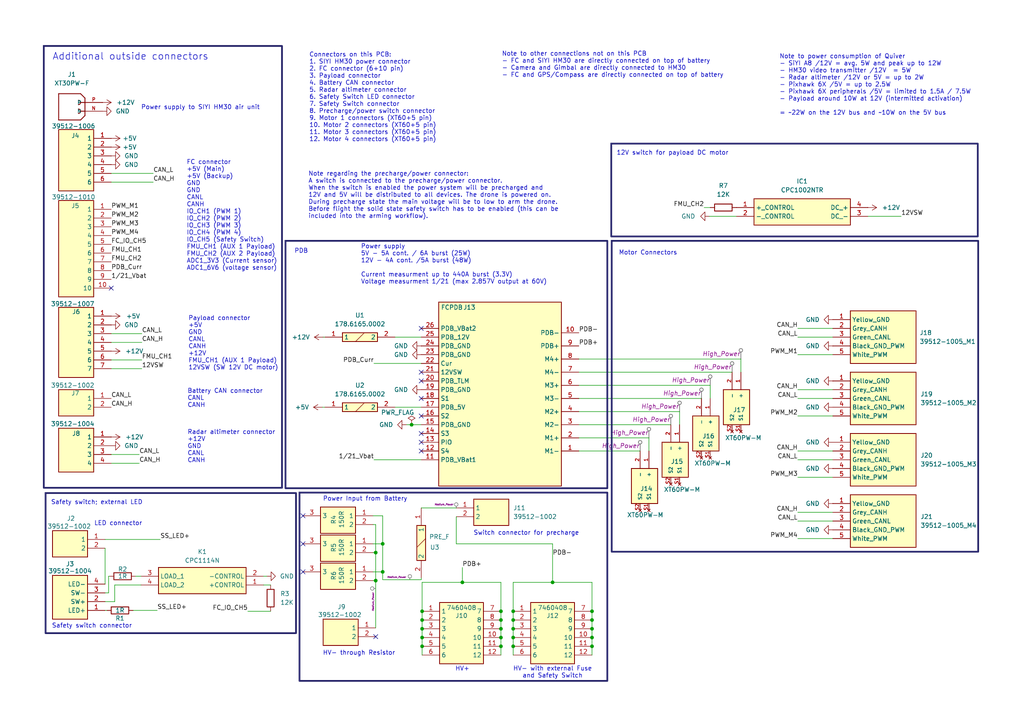
<source format=kicad_sch>
(kicad_sch (version 20231120) (generator "eeschema") (generator_version "8.0")
  (paper "A4")
  (lib_symbols
    (symbol "Device:R" (pin_numbers hide) (pin_names (offset 0))
      (property "Reference" "R" (at 2.032 0 90))
      (property "Value" "R" (at 0 0 90))
      (symbol "R_1_1"
        (pin passive line (at 0 3.81 270) (length 1.27) (name "~") (number "1"))
        (pin passive line (at 0 -3.81 90) (length 1.27) (name "~") (number "2"))
      )
    )
    (symbol "Samacsys_kicad_sym:178.6165.0002"
      (property "Reference" "U" (at 3.302 7.366 0))
      (property "Value" "178.6165.0002" (at 3.302 4.826 0))
      (symbol "178.6165.0002_1_1"
        (pin power_out line (at 0 0 0) (length 5.08) (name "1") (number "1"))
        (pin passive line (at 20.32 0 180) (length 5.08) (name "2") (number "2"))
      )
    )
    (symbol "Samacsys_kicad_sym:39512-1002"
      (property "Reference" "J" (at 16.51 7.62 0))
      (property "Value" "39512-1002" (at 16.51 5.08 0))
      (symbol "39512-1002_1_1"
        (pin passive line (at 0 0 0) (length 5.08) (name "1") (number "1"))
        (pin passive line (at 0 -2.54 0) (length 5.08) (name "2") (number "2"))
      )
    )
    (symbol "Samacsys_kicad_sym:39512-1004"
      (property "Reference" "J" (at 16.51 7.62 0))
      (property "Value" "39512-1004" (at 16.51 5.08 0))
      (symbol "39512-1004_1_1"
        (pin passive line (at 0 0 0) (length 5.08) (name "1") (number "1"))
        (pin passive line (at 0 -2.54 0) (length 5.08) (name "2") (number "2"))
        (pin passive line (at 0 -5.08 0) (length 5.08) (name "3") (number "3"))
        (pin passive line (at 0 -7.62 0) (length 5.08) (name "4") (number "4"))
      )
    )
    (symbol "Samacsys_kicad_sym:39512-1006"
      (property "Reference" "J" (at 3.048 7.366 0))
      (property "Value" "39512-1006" (at 3.048 4.826 0))
      (symbol "39512-1006_1_1"
        (pin passive line (at 0 0 0) (length 5.08) (name "1") (number "1"))
        (pin passive line (at 0 -2.54 0) (length 5.08) (name "2") (number "2"))
        (pin passive line (at 0 -5.08 0) (length 5.08) (name "3") (number "3"))
        (pin passive line (at 0 -7.62 0) (length 5.08) (name "4") (number "4"))
        (pin passive line (at 0 -10.16 0) (length 5.08) (name "5") (number "5"))
        (pin passive line (at 0 -12.7 0) (length 5.08) (name "6") (number "6"))
      )
    )
    (symbol "Samacsys_kicad_sym:39512-1007"
      (property "Reference" "J" (at 3.048 7.366 0))
      (property "Value" "39512-1007" (at 3.048 4.826 0))
      (symbol "39512-1007_1_1"
        (pin passive line (at 0 0 0) (length 5.08) (name "1") (number "1"))
        (pin passive line (at 0 -2.54 0) (length 5.08) (name "2") (number "2"))
        (pin passive line (at 0 -5.08 0) (length 5.08) (name "3") (number "3"))
        (pin passive line (at 0 -7.62 0) (length 5.08) (name "4") (number "4"))
        (pin passive line (at 0 -10.16 0) (length 5.08) (name "5") (number "5"))
        (pin passive line (at 0 -12.7 0) (length 5.08) (name "6") (number "6"))
        (pin passive line (at 0 -15.24 0) (length 5.08) (name "7") (number "7"))
      )
    )
    (symbol "Samacsys_kicad_sym:39512-1010"
      (property "Reference" "J" (at 3.048 7.366 0))
      (property "Value" "39512-1010" (at 3.048 4.826 0))
      (symbol "39512-1010_1_1"
        (pin passive line (at 0 0 0) (length 5.08) (name "1") (number "1"))
        (pin passive line (at 0 -22.86 0) (length 5.08) (name "10") (number "10"))
        (pin passive line (at 0 -2.54 0) (length 5.08) (name "2") (number "2"))
        (pin passive line (at 0 -5.08 0) (length 5.08) (name "3") (number "3"))
        (pin passive line (at 0 -7.62 0) (length 5.08) (name "4") (number "4"))
        (pin passive line (at 0 -10.16 0) (length 5.08) (name "5") (number "5"))
        (pin passive line (at 0 -12.7 0) (length 5.08) (name "6") (number "6"))
        (pin passive line (at 0 -15.24 0) (length 5.08) (name "7") (number "7"))
        (pin passive line (at 0 -17.78 0) (length 5.08) (name "8") (number "8"))
        (pin passive line (at 0 -20.32 0) (length 5.08) (name "9") (number "9"))
      )
    )
    (symbol "Samacsys_kicad_sym:7460408"
      (property "Reference" "J" (at 19.05 7.62 0))
      (property "Value" "7460408" (at 19.05 5.08 0))
      (symbol "7460408_1_1"
        (pin passive line (at 0 0 0) (length 5.08) (name "1") (number "1"))
        (pin passive line (at 22.86 -7.62 180) (length 5.08) (name "10") (number "10"))
        (pin passive line (at 22.86 -10.16 180) (length 5.08) (name "11") (number "11"))
        (pin passive line (at 22.86 -12.7 180) (length 5.08) (name "12") (number "12"))
        (pin passive line (at 0 -2.54 0) (length 5.08) (name "2") (number "2"))
        (pin passive line (at 0 -5.08 0) (length 5.08) (name "3") (number "3"))
        (pin passive line (at 0 -7.62 0) (length 5.08) (name "4") (number "4"))
        (pin passive line (at 0 -10.16 0) (length 5.08) (name "5") (number "5"))
        (pin passive line (at 0 -12.7 0) (length 5.08) (name "6") (number "6"))
        (pin passive line (at 22.86 0 180) (length 5.08) (name "7") (number "7"))
        (pin passive line (at 22.86 -2.54 180) (length 5.08) (name "8") (number "8"))
        (pin passive line (at 22.86 -5.08 180) (length 5.08) (name "9") (number "9"))
      )
    )
    (symbol "Samacsys_kicad_sym:CPC1002NTR"
      (property "Reference" "IC" (at 34.29 7.62 0))
      (property "Value" "CPC1002NTR" (at 34.29 5.08 0))
      (symbol "CPC1002NTR_1_1"
        (pin passive line (at 0 0 0) (length 5.08) (name "+_CONTROL") (number "1"))
        (pin passive line (at 0 -2.54 0) (length 5.08) (name "-_CONTROL") (number "2"))
        (pin passive line (at 38.1 -2.54 180) (length 5.08) (name "DC_-") (number "3"))
        (pin passive line (at 38.1 0 180) (length 5.08) (name "DC_+") (number "4"))
      )
    )
    (symbol "Samacsys_kicad_sym:CPC1114N"
      (property "Reference" "K" (at 31.75 7.62 0))
      (property "Value" "CPC1114N" (at 31.75 5.08 0))
      (symbol "CPC1114N_1_1"
        (pin passive line (at 0 0 0) (length 5.08) (name "+CONTROL") (number "1"))
        (pin passive line (at 0 -2.54 0) (length 5.08) (name "-CONTROL") (number "2"))
        (pin bidirectional line (at 35.56 -2.54 180) (length 5.08) (name "LOAD_1") (number "3"))
        (pin bidirectional line (at 35.56 0 180) (length 5.08) (name "LOAD_2") (number "4"))
      )
    )
    (symbol "Samacsys_kicad_sym:PWR163S-25-50R0F"
      (property "Reference" "R" (at 16.51 7.62 0))
      (property "Value" "PWR163S-25-50R0F" (at 16.51 5.08 0))
      (symbol "PWR163S-25-50R0F_1_1"
        (pin passive line (at 0 0 0) (length 5.08) (name "1") (number "1"))
        (pin passive line (at 0 -2.54 0) (length 5.08) (name "2") (number "2"))
        (pin passive line (at 20.32 0 180) (length 5.08) (name "3") (number "3"))
      )
    )
    (symbol "Samacsys_kicad_sym:SPS_Power_Switch_39512-1004"
      (property "Reference" "J" (at 3.81 7.112 0))
      (property "Value" "39512-1004" (at 3.81 4.572 0))
      (symbol "SPS_Power_Switch_39512-1004_1_1"
        (pin passive line (at 0 0 0) (length 5.08) (name "LED+") (number "1"))
        (pin passive line (at 0 -2.54 0) (length 5.08) (name "SW+") (number "2"))
        (pin passive line (at 0 -5.08 0) (length 5.08) (name "SW-") (number "3"))
        (pin passive line (at 0 -7.62 0) (length 5.08) (name "LED-") (number "4"))
      )
    )
    (symbol "Samacsys_kicad_sym:X6_DATA_CONNECTOR_39512-1005"
      (property "Reference" "J" (at 9.144 7.366 0))
      (property "Value" "39512-1005" (at 4.064 4.826 0))
      (symbol "X6_DATA_CONNECTOR_39512-1005_1_1"
        (pin passive line (at 0 0 0) (length 5.08) (name "Yellow_GND") (number "1"))
        (pin passive line (at 0 -2.54 0) (length 5.08) (name "Grey_CANH") (number "2"))
        (pin passive line (at 0 -5.08 0) (length 5.08) (name "Green_CANL") (number "3"))
        (pin passive line (at 0 -7.62 0) (length 5.08) (name "Black_GND_PWM") (number "4"))
        (pin passive line (at 0 -10.16 0) (length 5.08) (name "White_PWM") (number "5"))
      )
    )
    (symbol "Snapeda_kicad_sym:FCPDB"
      (property "Reference" "J" (at 19.05 7.62 0))
      (property "Value" "FCPDB" (at 19.05 5.08 0))
      (symbol "FCPDB_1_1"
        (pin passive line (at 0 -40.64 0) (length 5.08) (name "M1-") (number "1"))
        (pin passive line (at 0 -6.35 0) (length 5.08) (name "PDB-") (number "10"))
        (pin passive line (at 45.72 -43.18 180) (length 5.08) (name "PDB_VBat1") (number "11"))
        (pin passive line (at 45.72 -40.64 180) (length 5.08) (name "S4") (number "12"))
        (pin passive line (at 45.72 -38.1 180) (length 5.08) (name "PIO") (number "13"))
        (pin passive line (at 45.72 -35.56 180) (length 5.08) (name "S3") (number "14"))
        (pin passive line (at 45.72 -33.02 180) (length 5.08) (name "PDB_GND") (number "15"))
        (pin passive line (at 45.72 -30.48 180) (length 5.08) (name "S2") (number "16"))
        (pin power_out line (at 45.72 -27.94 180) (length 5.08) (name "PDB_5V") (number "17"))
        (pin passive line (at 45.72 -25.4 180) (length 5.08) (name "S1") (number "18"))
        (pin passive line (at 45.72 -22.86 180) (length 5.08) (name "PDB_GND") (number "19"))
        (pin passive line (at 0 -36.83 0) (length 5.08) (name "M1+") (number "2"))
        (pin passive line (at 45.72 -20.32 180) (length 5.08) (name "PDB_TLM") (number "20"))
        (pin power_out line (at 45.72 -17.78 180) (length 5.08) (name "12VSW") (number "21"))
        (pin passive line (at 45.72 -15.24 180) (length 5.08) (name "Cur") (number "22"))
        (pin passive line (at 45.72 -12.7 180) (length 5.08) (name "PDB_GND") (number "23"))
        (pin passive line (at 45.72 -10.16 180) (length 5.08) (name "PDB_GND") (number "24"))
        (pin power_out line (at 45.72 -7.62 180) (length 5.08) (name "PDB_12V") (number "25"))
        (pin passive line (at 45.72 -5.08 180) (length 5.08) (name "PDB_VBat2") (number "26"))
        (pin passive line (at 0 -33.02 0) (length 5.08) (name "M2-") (number "3"))
        (pin passive line (at 0 -29.21 0) (length 5.08) (name "M2+") (number "4"))
        (pin passive line (at 0 -25.4 0) (length 5.08) (name "M3-") (number "5"))
        (pin passive line (at 0 -21.59 0) (length 5.08) (name "M3+") (number "6"))
        (pin passive line (at 0 -17.78 0) (length 5.08) (name "M4-") (number "7"))
        (pin passive line (at 0 -13.97 0) (length 5.08) (name "M4+") (number "8"))
        (pin passive line (at 0 -10.16 0) (length 5.08) (name "PDB+") (number "9"))
      )
    )
    (symbol "Snapeda_kicad_sym:XT30PW-F" (pin_names (offset 1.016))
      (property "Reference" "J" (at -7.62 3.81 0))
      (property "Value" "XT30PW-F" (at -7.62 -7.62 0))
      (symbol "XT30PW-F_0_0"
        (pin power_in line (at 5.08 -2.54 180) (length 5.08) (name "N") (number "N"))
        (pin power_in line (at 5.08 0 180) (length 5.08) (name "P") (number "P"))
      )
    )
    (symbol "Snapeda_kicad_sym:XT60PW-M" (pin_names (offset 1.016))
      (property "Reference" "J" (at -5.08 5.7234 0))
      (property "Value" "XT60PW-M" (at -5.08 -5.0923 0))
      (symbol "XT60PW-M_0_0"
        (pin passive line (at -10.16 2.54 0) (length 5.08) (name "+") (number "1"))
        (pin passive line (at -10.16 0 0) (length 5.08) (name "-") (number "2"))
      )
      (symbol "XT60PW-M_1_0"
        (pin no_connect line (at 7.08 2.54 180) (length 2) (name "S1") (number "S1"))
        (pin no_connect line (at 7.08 0 180) (length 2) (name "S2") (number "S2"))
      )
    )
    (symbol "power:+12V" (power) (pin_numbers hide) (pin_names (offset 0) hide)
      (property "Value" "+12V" (at 0 3.556 0))
      (symbol "+12V_1_1"
        (pin power_in line (at 0 0 90) (length 0) (name "~") (number "1"))
      )
    )
    (symbol "power:+5V" (power) (pin_numbers hide) (pin_names (offset 0) hide)
      (property "Value" "+5V" (at 0 3.556 0))
      (symbol "+5V_1_1"
        (pin power_in line (at 0 0 90) (length 0) (name "~") (number "1"))
      )
    )
    (symbol "power:GND" (power) (pin_numbers hide) (pin_names (offset 0) hide)
      (property "Value" "GND" (at 0 -3.81 0))
      (symbol "GND_1_1"
        (pin power_in line (at 0 0 270) (length 0) (name "~") (number "1"))
      )
    )
    (symbol "power:PWR_FLAG" (power) (pin_numbers hide) (pin_names (offset 0) hide)
      (property "Value" "PWR_FLAG" (at 0 3.81 0))
      (symbol "PWR_FLAG_0_0"
        (pin power_out line (at 0 0 90) (length 0) (name "~") (number "1"))
      )
    )
  )
  (junction (at 171.704 182.372))
  (junction (at 171.704 184.912))
  (junction (at 148.844 182.372))
  (junction (at 122.428 182.372))
  (junction (at 148.844 177.292))
  (junction (at 171.704 179.832))
  (junction (at 122.428 177.292))
  (junction (at 108.966 160.274))
  (junction (at 145.288 184.912))
  (junction (at 171.704 177.292))
  (junction (at 148.844 187.452))
  (junction (at 148.844 179.832))
  (junction (at 110.998 157.734))
  (junction (at 145.288 177.292))
  (junction (at 119.38 123.19))
  (junction (at 148.844 184.912))
  (junction (at 171.704 187.452))
  (junction (at 122.428 184.912))
  (junction (at 108.966 168.402))
  (junction (at 110.998 165.862))
  (junction (at 122.428 179.832))
  (junction (at 145.288 187.452))
  (junction (at 134.112 168.91))
  (junction (at 145.288 179.832))
  (junction (at 122.428 187.452))
  (junction (at 160.274 168.91))
  (junction (at 145.288 182.372))
  (no_connect (at 122.174 128.27))
  (no_connect (at 32.258 83.566))
  (no_connect (at 87.884 149.606))
  (no_connect (at 122.174 130.81))
  (no_connect (at 122.174 110.49))
  (no_connect (at 122.174 125.73))
  (no_connect (at 87.884 165.862))
  (no_connect (at 122.174 115.57))
  (no_connect (at 108.966 184.658))
  (no_connect (at 122.174 95.25))
  (no_connect (at 122.174 107.95))
  (no_connect (at 87.884 157.734))
  (no_connect (at 122.174 120.65))
  (wire (pts (xy 122.428 184.912) (xy 122.428 187.452)))
  (wire (pts (xy 108.204 165.862) (xy 110.998 165.862)))
  (wire (pts (xy 30.48 174.498) (xy 33.274 174.498)))
  (wire (pts (xy 231.394 95.25) (xy 241.554 95.25)))
  (wire (pts (xy 148.844 168.91) (xy 160.274 168.91)))
  (wire (pts (xy 231.394 133.35) (xy 241.554 133.35)))
  (wire (pts (xy 231.394 148.59) (xy 241.554 148.59)))
  (wire (pts (xy 77.216 167.132) (xy 77.216 167.1334)))
  (wire (pts (xy 167.894 127) (xy 188.214 127)))
  (wire (pts (xy 148.844 187.452) (xy 148.844 189.992)))
  (wire (pts (xy 171.704 168.91) (xy 171.704 177.292)))
  (wire (pts (xy 108.204 152.146) (xy 108.966 152.146)))
  (wire (pts (xy 231.394 113.03) (xy 241.554 113.03)))
  (wire (pts (xy 231.394 97.79) (xy 241.554 97.79)))
  (wire (pts (xy 204.216 60.198) (xy 205.994 60.198)))
  (wire (pts (xy 145.288 177.292) (xy 145.288 179.832)))
  (wire (pts (xy 30.48 177.038) (xy 30.988 177.038)))
  (wire (pts (xy 108.966 168.402) (xy 108.966 160.274)))
  (wire (pts (xy 33.274 169.672) (xy 40.894 169.672)))
  (wire (pts (xy 171.704 187.452) (xy 171.704 189.992)))
  (wire (pts (xy 108.204 168.402) (xy 108.966 168.402)))
  (wire (pts (xy 93.726 97.79) (xy 94.234 97.79)))
  (wire (pts (xy 197.104 119.38) (xy 197.104 123.19)))
  (wire (pts (xy 231.394 115.57) (xy 241.554 115.57)))
  (wire (pts (xy 32.258 99.314) (xy 41.148 99.314)))
  (wire (pts (xy 31.75 167.132) (xy 31.496 167.132)))
  (wire (pts (xy 188.214 127) (xy 188.214 130.81)))
  (wire (pts (xy 122.428 182.372) (xy 122.428 184.912)))
  (wire (pts (xy 108.204 149.606) (xy 110.998 149.606)))
  (wire (pts (xy 41.148 96.774) (xy 32.258 96.774)))
  (wire (pts (xy 148.844 179.832) (xy 148.844 182.372)))
  (wire (pts (xy 39.37 167.132) (xy 40.894 167.132)))
  (wire (pts (xy 122.428 168.91) (xy 134.112 168.91)))
  (wire (pts (xy 231.394 151.13) (xy 241.554 151.13)))
  (wire (pts (xy 32.258 106.934) (xy 41.148 106.934)))
  (wire (pts (xy 171.704 179.832) (xy 171.704 182.372)))
  (wire (pts (xy 160.274 157.734) (xy 160.274 168.91)))
  (wire (pts (xy 76.454 167.132) (xy 77.216 167.132)))
  (wire (pts (xy 132.334 157.734) (xy 132.334 149.86)))
  (wire (pts (xy 32.258 50.292) (xy 44.45 50.292)))
  (wire (pts (xy 114.554 97.79) (xy 122.174 97.79)))
  (wire (pts (xy 145.288 179.832) (xy 145.288 182.372)))
  (wire (pts (xy 171.704 182.372) (xy 171.704 184.912)))
  (wire (pts (xy 31.496 171.958) (xy 30.48 171.958)))
  (wire (pts (xy 71.882 177.292) (xy 78.486 177.292)))
  (wire (pts (xy 167.894 115.57) (xy 203.454 115.57)))
  (wire (pts (xy 32.258 131.826) (xy 40.386 131.826)))
  (wire (pts (xy 30.48 159.004) (xy 30.48 169.418)))
  (wire (pts (xy 38.608 177.038) (xy 45.6034 177.038)))
  (wire (pts (xy 231.394 120.65) (xy 241.554 120.65)))
  (wire (pts (xy 231.394 130.81) (xy 241.554 130.81)))
  (wire (pts (xy 117.856 123.19) (xy 119.38 123.19)))
  (wire (pts (xy 110.998 168.148) (xy 122.174 168.148)))
  (wire (pts (xy 122.428 168.91) (xy 122.428 177.292)))
  (wire (pts (xy 160.274 157.734) (xy 132.334 157.734)))
  (wire (pts (xy 32.258 104.394) (xy 41.148 104.394)))
  (wire (pts (xy 110.998 149.606) (xy 110.998 157.734)))
  (wire (pts (xy 134.112 164.592) (xy 134.112 168.91)))
  (wire (pts (xy 31.496 171.958) (xy 31.496 167.132)))
  (wire (pts (xy 122.174 168.148) (xy 122.174 167.64)))
  (wire (pts (xy 171.704 177.292) (xy 171.704 179.832)))
  (wire (pts (xy 32.258 52.832) (xy 44.45 52.832)))
  (wire (pts (xy 122.428 179.832) (xy 122.428 182.372)))
  (wire (pts (xy 205.74 62.738) (xy 213.614 62.738)))
  (wire (pts (xy 145.288 184.912) (xy 145.288 187.452)))
  (wire (pts (xy 122.428 177.292) (xy 122.428 179.832)))
  (wire (pts (xy 148.844 177.292) (xy 148.844 179.832)))
  (wire (pts (xy 122.428 187.452) (xy 122.428 189.992)))
  (wire (pts (xy 110.998 157.734) (xy 110.998 165.862)))
  (wire (pts (xy 160.274 168.91) (xy 171.704 168.91)))
  (wire (pts (xy 145.288 182.372) (xy 145.288 184.912)))
  (wire (pts (xy 167.894 119.38) (xy 197.104 119.38)))
  (wire (pts (xy 145.288 168.91) (xy 145.288 177.292)))
  (wire (pts (xy 32.258 134.366) (xy 40.386 134.366)))
  (wire (pts (xy 231.394 156.21) (xy 241.554 156.21)))
  (wire (pts (xy 148.844 168.91) (xy 148.844 177.292)))
  (wire (pts (xy 148.844 184.912) (xy 148.844 187.452)))
  (wire (pts (xy 33.274 174.498) (xy 33.274 169.672)))
  (wire (pts (xy 108.458 105.41) (xy 122.174 105.41)))
  (wire (pts (xy 231.394 138.43) (xy 241.554 138.43)))
  (wire (pts (xy 171.704 184.912) (xy 171.704 187.452)))
  (wire (pts (xy 108.966 152.146) (xy 108.966 160.274)))
  (wire (pts (xy 122.174 147.32) (xy 132.334 147.32)))
  (wire (pts (xy 148.844 182.372) (xy 148.844 184.912)))
  (wire (pts (xy 205.994 111.76) (xy 205.994 115.57)))
  (wire (pts (xy 251.714 62.738) (xy 261.366 62.738)))
  (wire (pts (xy 134.112 168.91) (xy 145.288 168.91)))
  (wire (pts (xy 167.894 130.81) (xy 185.674 130.81)))
  (wire (pts (xy 145.288 187.452) (xy 145.288 189.992)))
  (wire (pts (xy 108.204 157.734) (xy 110.998 157.734)))
  (wire (pts (xy 114.554 118.11) (xy 122.174 118.11)))
  (wire (pts (xy 93.472 118.11) (xy 94.234 118.11)))
  (wire (pts (xy 167.894 107.95) (xy 212.344 107.95)))
  (wire (pts (xy 30.48 156.464) (xy 46.482 156.464)))
  (wire (pts (xy 77.216 167.1334) (xy 77.3534 167.1334)))
  (wire (pts (xy 122.174 133.35) (xy 108.458 133.35)))
  (wire (pts (xy 110.998 165.862) (xy 110.998 168.148)))
  (wire (pts (xy 119.38 123.19) (xy 122.174 123.19)))
  (wire (pts (xy 76.454 169.672) (xy 78.486 169.672)))
  (wire (pts (xy 108.966 160.274) (xy 108.204 160.274)))
  (wire (pts (xy 167.894 111.76) (xy 205.994 111.76)))
  (wire (pts (xy 167.894 104.14) (xy 214.884 104.14)))
  (wire (pts (xy 167.894 123.19) (xy 194.564 123.19)))
  (wire (pts (xy 108.966 168.402) (xy 108.966 182.118)))
  (wire (pts (xy 214.884 104.14) (xy 214.884 107.95)))
  (wire (pts (xy 231.394 102.87) (xy 241.554 102.87)))
  (rectangle (start 177.419 69.85) (end 283.718 160.02) (stroke (width 0.5) (color 32 30 101 1)))
  (rectangle (start 82.804 69.85) (end 176.149 141.605) (stroke (width 0.5) (color 32 30 101 1)))
  (rectangle (start 177.292 41.656) (end 283.591 68.58) (stroke (width 0.5) (color 32 30 101 1)))
  (rectangle (start 13.2184 143.0034) (end 85.852 183.642) (stroke (width 0.5) (color 32 30 101 1)))
  (rectangle (start 86.868 142.875) (end 176.149 197.485) (stroke (width 0.5) (color 32 30 101 1)))
  (rectangle (start 12.7 13.335) (end 81.788 141.478) (stroke (width 0.5) (color 32 30 101 1)))
  (text "HV- with external Fuse\nand Safety Switch" (at 160.274 195.072 0) (effects (font (size 1.27 1.27))))
  (text "HV+" (at 134.112 194.056 0) (effects (font (size 1.27 1.27))))
  (text "HV- through Resistor" (at 104.14 189.484 0) (effects (font (size 1.27 1.27))))
  (text "FC connector\n+5V (Main)\n+5V (Backup)\nGND\nGND\nCANL\nCANH\nIO_CH1 (PWM 1)\nIO_CH2 (PWM 2)\nIO_CH3 (PWM 3)\nIO_CH4 (PWM 4)\nIO_CH5 (Safety Switch)\nFMU_CH1 (AUX 1 Payload)\nFMU_CH2 (AUX 2 Payload)\nADC1_3V3 (Current sensor)\nADC1_6V6 (voltage sensor)\n" (at 54.102 62.484 0) (effects (font (size 1.27 1.27)) (justify left)))
  (text "PDB\n" (at 87.376 72.898 0) (effects (font (size 1.27 1.27))))
  (text "12V switch for payload DC motor" (at 195.072 44.45 0) (effects (font (size 1.27 1.27))))
  (text "Power supply \n5V - 5A cont. / 6A burst (25W)\n12V - 4A cont. /5A burst (48W)\n\nCurrent measurment up to 440A burst (3.3V)\nVoltage measurment 1/21 (max 2.857V output at 60V)" (at 104.648 76.708 0) (effects (font (size 1.27 1.27)) (justify left)))
  (text "Radar altimeter connector\n+12V\nGND\nCANL\nCANH\n" (at 54.356 129.54 0) (effects (font (size 1.27 1.27)) (justify left)))
  (text "Power supply to SIYI HM30 air unit" (at 40.894 31.242 0) (effects (font (size 1.27 1.27)) (justify left)))
  (text "Power Input from Battery" (at 105.918 144.78 0) (effects (font (size 1.27 1.27))))
  (text "Motor Connectors" (at 187.96 73.406 0) (effects (font (size 1.27 1.27))))
  (text "Switch connector for precharge" (at 152.654 154.686 0) (effects (font (size 1.27 1.27))))
  (text "Battery CAN connector\nCANL\nCANH\n" (at 54.356 115.57 0) (effects (font (size 1.27 1.27)) (justify left)))
  (text "Additional outside connectors" (at 37.846 16.51 0) (effects (font (size 2 2))))
  (text "LED connector" (at 34.29 151.892 0) (effects (font (size 1.27 1.27))))
  (text "Safety switch connector" (at 26.67 181.61 0) (effects (font (size 1.27 1.27))))
  (text "Safety switch; external LED" (at 28.0774 145.7974 0) (effects (font (size 1.27 1.27))))
  (text "Note to other connections not on this PCB\n- FC and SIYI HM30 are directly connected on top of battery\n- Camera and Gimbal are directly connected to HM30\n- FC and GPS/Compass are directly connected on top of battery" (at 145.542 14.986 0) (effects (font (size 1.27 1.27)) (justify left top)))
  (text "Connectors on this PCB:\n1. SIYI HM30 power connector\n2. FC connector (6+10 pin)\n3. Payload connector\n4. Battery CAN connector\n5. Radar altimeter connector\n6. Safety Switch LED connector\n7. Safety Switch connector\n8. Precharge/power switch connector\n9. Motor 1 connectors (XT60+5 pin)\n10. Motor 2 connectors (XT60+5 pin)\n11. Motor 3 connectors (XT60+5 pin)\n12. Motor 4 connectors (XT60+5 pin)" (at 89.662 15.24 0) (effects (font (size 1.27 1.27)) (justify left top)))
  (text "Note regarding the precharge/power connector:\nA switch is connected to the precharge/power connector.\nWhen the switch is enabled the power system will be precharged and\n12V and 5V will be distributed to all devices. The drone is powered on.\nDuring precharge state the main voltage will be to low to arm the drone.\nBefore flight the solid state safety switch has to be enabled (this can be\nincluded into the arming workflow)." (at 89.408 49.784 0) (effects (font (size 1.27 1.27)) (justify left top)))
  (text "Note to power consumption of Quiver\n- SiYI A8 /12V = avg. 5W and peak up to 12W\n- HM30 video transmitter /12V  = 5W\n- Radar altimeter /12V or 5V = up to 2W\n- Pixhawk 6X /5V = up to 2.5W\n- Pixhawk 6X peripherals /5V = limited to 1.5A / 7.5W\n- Payload around 10W at 12V (intermitted activation)\n\n= ~22W on the 12V bus and ~10W on the 5V bus" (at 226.06 15.748 0) (effects (font (size 1.27 1.27)) (justify left top)))
  (text "Payload connector\n+5V\nGND\nCANL\nCANH\n+12V\nFMU_CH1 (AUX 1 Payload)\n12VSW (SW 12V DC motor)" (at 54.61 99.568 0) (effects (font (size 1.27 1.27)) (justify left)))
  (label "SS_LED+" (at 45.6034 177.038 0))
  (label "PWM_M1" (at 32.258 60.706 0))
  (label "CAN_H" (at 231.394 95.25 180))
  (label "PWM_M3" (at 32.258 65.786 0))
  (label "PWM_M4" (at 32.258 68.326 0))
  (label "CAN_H" (at 231.394 130.81 180))
  (label "CAN_H" (at 32.258 118.11 0))
  (label "CAN_L" (at 231.394 97.79 180))
  (label "FC_IO_CH5" (at 71.882 177.292 180))
  (label "CAN_H" (at 231.394 113.03 180))
  (label "PWM_M1" (at 231.394 102.87 180))
  (label "CAN_H" (at 40.386 134.366 0))
  (label "CAN_L" (at 231.394 133.35 180))
  (label "CAN_H" (at 41.148 99.314 0))
  (label "FMU_CH2" (at 32.258 75.946 0))
  (label "PDB_Curr" (at 32.258 78.486 0))
  (label "CAN_H" (at 44.45 52.832 0))
  (label "CAN_L" (at 32.258 115.57 0))
  (label "CAN_L" (at 231.394 151.13 180))
  (label "CAN_L" (at 40.386 131.826 0))
  (label "FMU_CH2" (at 204.216 60.198 180))
  (label "PDB_Curr" (at 108.458 105.41 180))
  (label "PWM_M3" (at 231.394 138.43 180))
  (label "12VSW" (at 261.366 62.738 0))
  (label "12VSW" (at 41.148 106.934 0))
  (label "CAN_L" (at 231.394 115.57 180))
  (label "1{slash}21_Vbat" (at 32.258 81.026 0))
  (label "1{slash}21_Vbat" (at 108.458 133.35 180))
  (label "CAN_H" (at 231.394 148.59 180))
  (label "FMU_CH1" (at 41.148 104.394 0))
  (label "PDB-" (at 160.274 161.29 0))
  (label "PWM_M2" (at 231.394 120.65 180))
  (label "PDB+" (at 167.894 100.33 0))
  (label "PWM_M4" (at 231.394 156.21 180))
  (label "FC_IO_CH5" (at 32.258 70.866 0))
  (label "CAN_L" (at 44.45 50.292 0))
  (label "PDB-" (at 167.894 96.52 0))
  (label "FMU_CH1" (at 32.258 73.406 0))
  (label "SS_LED+" (at 46.482 156.464 0))
  (label "PDB+" (at 134.112 164.592 0))
  (label "PWM_M2" (at 32.258 63.246 0))
  (label "CAN_L" (at 41.148 96.774 0))
  (netclass_flag "" (length 2.54) (shape round) (at 194.564 123.19 0) (property "Netclass" "High_Power" (at 183.388 121.666 0) (effects (font (italic yes)) (justify left))))
  (netclass_flag "" (length 2.54) (shape round) (at 212.344 107.95 0) (property "Netclass" "High_Power" (at 201.168 106.426 0) (effects (font (italic yes)) (justify left))))
  (netclass_flag "" (length 2.54) (shape round) (at 203.454 115.57 0) (property "Netclass" "High_Power" (at 192.278 114.046 0) (effects (font (italic yes)) (justify left))))
  (netclass_flag "" (length 2.54) (shape round) (at 205.994 111.76 0) (property "Netclass" "High_Power" (at 194.818 110.236 0) (effects (font (italic yes)) (justify left))))
  (netclass_flag "" (length 1) (shape round) (at 132.334 147.32 0) (property "Netclass" "Medium_Power" (at 125.984 146.304 0) (effects (font (size 0.5 0.5) (italic yes)) (justify left))))
  (netclass_flag "" (length 1) (shape round) (at 108.966 170.688 90) (property "Netclass" "Medium_Power" (at 108.204 177.292 90) (effects (font (size 0.5 0.5) (italic yes)) (justify left))))
  (netclass_flag "" (length 2.54) (shape round) (at 214.884 104.14 0) (property "Netclass" "High_Power" (at 203.708 102.616 0) (effects (font (italic yes)) (justify left))))
  (netclass_flag "" (length 2.54) (shape round) (at 185.674 130.81 0) (property "Netclass" "High_Power" (at 174.498 129.286 0) (effects (font (italic yes)) (justify left))))
  (netclass_flag "" (length 2.54) (shape round) (at 197.104 119.38 0) (property "Netclass" "High_Power" (at 185.928 117.856 0) (effects (font (italic yes)) (justify left))))
  (netclass_flag "" (length 1) (shape round) (at 118.872 168.148 0) (property "Netclass" "Medium_Power" (at 112.268 167.386 0) (effects (font (size 0.5 0.5) (italic yes)) (justify left))))
  (netclass_flag "" (length 2.54) (shape round) (at 188.214 127 0) (property "Netclass" "High_Power" (at 177.038 125.476 0) (effects (font (italic yes)) (justify left))))
  (symbol (lib_id "power:GND") (at 241.554 118.11 270) (unit 1)
    (property "Reference" "#PWR023" (effects (hide yes)))
    (property "Value" "GND" (at 237.744 118.1099 90) (effects (justify right)))
    (property "Description" "Power symbol creates a global label with name \"GND\" , ground" (effects (hide yes)))
  )
  (symbol (lib_id "power:PWR_FLAG") (at 119.38 123.19 0) (unit 1)
    (property "Reference" "#FLG02" (effects (hide yes)))
    (property "Value" "PWR_FLAG" (at 115.316 119.634 0))
    (property "Description" "Special symbol for telling ERC where power comes from" (effects (hide yes)))
  )
  (symbol (lib_id "Snapeda_kicad_sym:XT30PW-F") (at 24.638 29.718 0) (unit 1)
    (property "Reference" "J1" (at 20.828 21.59 0))
    (property "Value" "XT30PW-F" (at 20.828 24.13 0))
    (property "Footprint" "Snapeda:XT30PW-F_AMASS_XT30PW-F" (effects (hide yes)))
    (property "MF" "amass" (effects (hide yes)))
    (property "MAXIMUM_PACKAGE_HEIGHT" "5 mm" (effects (hide yes)))
    (property "Package" "None" (effects (hide yes)))
    (property "Price" "None" (effects (hide yes)))
    (property "Check_prices" "https://www.snapeda.com/parts/XT30PW-F/AMASS/view-part/?ref=eda" (effects (hide yes)))
    (property "STANDARD" "Manufacturer Recommendations" (effects (hide yes)))
    (property "PARTREV" "1.2" (effects (hide yes)))
    (property "SnapEDA_Link" "https://www.snapeda.com/parts/XT30PW-F/AMASS/view-part/?ref=snap" (effects (hide yes)))
    (property "MP" "XT30PW-F" (effects (hide yes)))
    (property "Description_1" "\n                        \n                            Socket; DC supply; XT30; female; PIN: 2; on PCBs; THT; yellow; 15A\n                        \n" (effects (hide yes)))
    (property "MANUFACTURER" "Amass" (effects (hide yes)))
    (property "Availability" "Not in stock" (effects (hide yes)))
    (property "SNAPEDA_PN" "XT30PW-F" (effects (hide yes)))
  )
  (symbol (lib_id "Snapeda_kicad_sym:XT60PW-M") (at 212.344 118.11 270) (unit 1)
    (property "Reference" "J17" (at 212.598 118.872 90) (effects (justify left)))
    (property "Value" "XT60PW-M" (at 210.312 127 90) (effects (justify left)))
    (property "Footprint" "Snapeda:XT60PW-M_AMASS_XT60PW-M" (effects (hide yes)))
    (property "MF" "AMASS" (effects (hide yes)))
    (property "MAXIMUM_PACKAGE_HEIGHT" "8.4 mm" (effects (hide yes)))
    (property "Package" "Package" (effects (hide yes)))
    (property "Price" "None" (effects (hide yes)))
    (property "Check_prices" "https://www.snapeda.com/parts/XT60PW-M/AMASS/view-part/?ref=eda" (effects (hide yes)))
    (property "STANDARD" "Manufacturer recommendations" (effects (hide yes)))
    (property "PARTREV" "V1.2" (effects (hide yes)))
    (property "SnapEDA_Link" "https://www.snapeda.com/parts/XT60PW-M/AMASS/view-part/?ref=snap" (effects (hide yes)))
    (property "MP" "XT60PW-M" (effects (hide yes)))
    (property "Description_1" "\n                        \n                            Socket, DC supply, male, PIN: 2\n                        \n" (effects (hide yes)))
    (property "Availability" "Not in stock" (effects (hide yes)))
    (property "MANUFACTURER" "AMASS" (effects (hide yes)))
  )
  (symbol (lib_id "power:GND") (at 32.258 129.286 90) (unit 1)
    (property "Reference" "#PWR011" (effects (hide yes)))
    (property "Value" "GND" (at 36.068 129.2859 90) (effects (justify right)))
    (property "Description" "Power symbol creates a global label with name \"GND\" , ground" (effects (hide yes)))
  )
  (symbol (lib_id "Samacsys_kicad_sym:39512-1002") (at 32.258 115.57 0) (mirror y) (unit 1)
    (property "Reference" "J7" (at 21.844 114.046 0))
    (property "Value" "39512-1002" (at 21.082 111.76 0))
    (property "Footprint" "Samacsys:SHDRRA2W80P0X381_1X2_901X920X730P" (effects (hide yes)))
    (property "Description" "3.81MM EURO HEADER" (effects (hide yes)))
    (property "Height" "7.3" (effects (hide yes)))
    (property "Mouser Part Number" "538-39512-1002" (effects (hide yes)))
    (property "Mouser Price/Stock" "https://www.mouser.co.uk/ProductDetail/Molex/39512-1002?qs=9M91sZPMLoo4b4qRoBDTtg%3D%3D" (effects (hide yes)))
    (property "Manufacturer_Name" "Molex" (effects (hide yes)))
    (property "Manufacturer_Part_Number" "39512-1002" (effects (hide yes)))
  )
  (symbol (lib_id "power:+5V") (at 32.258 40.132 270) (unit 1)
    (property "Reference" "#PWR03" (effects (hide yes)))
    (property "Value" "+5V" (at 35.56 40.1319 90) (effects (justify left)))
    (property "Description" "Power symbol creates a global label with name \"+5V\"" (effects (hide yes)))
  )
  (symbol (lib_id "power:GND") (at 241.554 146.05 270) (unit 1)
    (property "Reference" "#PWR026" (effects (hide yes)))
    (property "Value" "GND" (at 237.744 146.0499 90) (effects (justify right)))
    (property "Description" "Power symbol creates a global label with name \"GND\" , ground" (effects (hide yes)))
  )
  (symbol (lib_id "power:GND") (at 117.856 123.19 270) (unit 1)
    (property "Reference" "#PWR015" (effects (hide yes)))
    (property "Value" "GND" (at 114.046 123.1899 90) (effects (justify right)))
    (property "Description" "Power symbol creates a global label with name \"GND\" , ground" (effects (hide yes)))
  )
  (symbol (lib_id "power:+12V") (at 93.726 97.79 90) (unit 1)
    (property "Reference" "#PWR014" (effects (hide yes)))
    (property "Value" "+12V" (at 89.916 97.7899 90) (effects (justify left)))
    (property "Description" "Power symbol creates a global label with name \"+12V\"" (effects (hide yes)))
  )
  (symbol (lib_id "Device:R") (at 34.798 177.038 90) (unit 1)
    (property "Reference" "R1" (at 34.798 179.324 90))
    (property "Value" "1R" (at 34.798 177.038 90))
    (property "Footprint" "Resistor_SMD:R_0805_2012Metric_Pad1.20x1.40mm_HandSolder" (effects (hide yes)))
    (property "Description" "Resistor" (effects (hide yes)))
  )
  (symbol (lib_id "Samacsys_kicad_sym:178.6165.0002") (at 94.234 118.11 0) (unit 1)
    (property "Reference" "U2" (at 104.394 111.76 0))
    (property "Value" "178.6165.0002" (at 104.394 114.3 0))
    (property "Footprint" "Samacsys:17861650002" (effects (hide yes)))
    (property "Datasheet" "https://www.littelfuse.com/~/media/commercial-vehicle/datasheets/automotive-fuse-holders/ato/littelfuse-fuse-holder-ato-flr-pcb-datasheet.pdf" (effects (hide yes)))
    (property "Description" "178.6165.0002" (effects (hide yes)))
    (property "Height" "17" (effects (hide yes)))
    (property "Mouser Part Number" "576-178.6165.0002" (effects (hide yes)))
    (property "Mouser Price/Stock" "https://www.mouser.co.uk/ProductDetail/Littelfuse/178.6165.0002?qs=gu7KAQ731UT%2FkKyRBF134A%3D%3D" (effects (hide yes)))
    (property "Manufacturer_Name" "LITTELFUSE" (effects (hide yes)))
    (property "Manufacturer_Part_Number" "178.6165.0002" (effects (hide yes)))
  )
  (symbol (lib_id "Samacsys_kicad_sym:X6_DATA_CONNECTOR_39512-1005") (at 241.554 128.27 0) (unit 1)
    (property "Reference" "J20" (at 266.954 132.0799 0) (effects (justify left)))
    (property "Value" "39512-1005_M3" (at 266.954 134.6199 0) (effects (justify left)))
    (property "Footprint" "Samacsys:395121005" (effects (hide yes)))
    (property "Datasheet" "https://componentsearchengine.com/Datasheets/1/39512-1005.pdf" (effects (hide yes)))
    (property "Description" "3.81MM EURO HEADER 5CKT" (effects (hide yes)))
    (property "Height" "7.3" (effects (hide yes)))
    (property "Mouser Part Number" "538-39512-1005" (effects (hide yes)))
    (property "Mouser Price/Stock" "https://www.mouser.com/Search/Refine.aspx?Keyword=538-39512-1005" (effects (hide yes)))
    (property "Manufacturer_Name" "Molex" (effects (hide yes)))
    (property "Manufacturer_Part_Number" "39512-1005" (effects (hide yes)))
  )
  (symbol (lib_id "power:GND") (at 241.554 135.89 270) (unit 1)
    (property "Reference" "#PWR025" (effects (hide yes)))
    (property "Value" "GND" (at 237.744 135.8899 90) (effects (justify right)))
    (property "Description" "Power symbol creates a global label with name \"GND\" , ground" (effects (hide yes)))
  )
  (symbol (lib_id "power:GND") (at 241.554 128.27 270) (unit 1)
    (property "Reference" "#PWR024" (effects (hide yes)))
    (property "Value" "GND" (at 237.744 128.2699 90) (effects (justify right)))
    (property "Description" "Power symbol creates a global label with name \"GND\" , ground" (effects (hide yes)))
  )
  (symbol (lib_id "Samacsys_kicad_sym:7460408") (at 148.844 177.292 0) (unit 1)
    (property "Reference" "J12" (at 160.274 178.562 0))
    (property "Value" "7460408" (at 160.274 176.276 0))
    (property "Footprint" "Samacsys:7460408" (effects (hide yes)))
    (property "Datasheet" "http://katalog.we-online.com/em/datasheet/7460408.pdf" (effects (hide yes)))
    (property "Description" "Wurth Elektronik REDCUBE 12 Pin Power Element, 175A, Press Fit, M5, Vertical" (effects (hide yes)))
    (property "Height" "6" (effects (hide yes)))
    (property "Mouser Part Number" "710-7460408" (effects (hide yes)))
    (property "Mouser Price/Stock" "https://www.mouser.co.uk/ProductDetail/Wurth-Elektronik/7460408?qs=lykWx4dhCCG7IAhyxQ5B4w%3D%3D" (effects (hide yes)))
    (property "Manufacturer_Name" "Wurth Elektronik" (effects (hide yes)))
    (property "Manufacturer_Part_Number" "7460408" (effects (hide yes)))
  )
  (symbol (lib_id "Samacsys_kicad_sym:X6_DATA_CONNECTOR_39512-1005") (at 241.554 146.05 0) (unit 1)
    (property "Reference" "J21" (at 266.954 149.8599 0) (effects (justify left)))
    (property "Value" "39512-1005_M4" (at 266.954 152.3999 0) (effects (justify left)))
    (property "Footprint" "Samacsys:395121005" (effects (hide yes)))
    (property "Datasheet" "https://componentsearchengine.com/Datasheets/1/39512-1005.pdf" (effects (hide yes)))
    (property "Description" "3.81MM EURO HEADER 5CKT" (effects (hide yes)))
    (property "Height" "7.3" (effects (hide yes)))
    (property "Mouser Part Number" "538-39512-1005" (effects (hide yes)))
    (property "Mouser Price/Stock" "https://www.mouser.com/Search/Refine.aspx?Keyword=538-39512-1005" (effects (hide yes)))
    (property "Manufacturer_Name" "Molex" (effects (hide yes)))
    (property "Manufacturer_Part_Number" "39512-1005" (effects (hide yes)))
  )
  (symbol (lib_id "Samacsys_kicad_sym:39512-1007") (at 32.258 91.694 0) (mirror y) (unit 1)
    (property "Reference" "J6" (at 22.098 90.424 0))
    (property "Value" "39512-1007" (at 21.082 88.138 0))
    (property "Footprint" "Samacsys:395121007" (effects (hide yes)))
    (property "Datasheet" "https://componentsearchengine.com/Datasheets/1/39512-1005.pdf" (effects (hide yes)))
    (property "Description" "3.81MM EURO HEADER" (effects (hide yes)))
    (property "Height" "7.3" (effects (hide yes)))
    (property "Mouser Part Number" "538-39512-1005" (effects (hide yes)))
    (property "Mouser Price/Stock" "https://www.mouser.com/Search/Refine.aspx?Keyword=538-39512-1005" (effects (hide yes)))
    (property "Manufacturer_Name" "Molex" (effects (hide yes)))
    (property "Manufacturer_Part_Number" "39512-1005" (effects (hide yes)))
  )
  (symbol (lib_id "power:+12V") (at 32.258 101.854 270) (unit 1)
    (property "Reference" "#PWR09" (effects (hide yes)))
    (property "Value" "+12V" (at 36.322 101.8539 90) (effects (justify left)))
    (property "Description" "Power symbol creates a global label with name \"+12V\"" (effects (hide yes)))
  )
  (symbol (lib_id "Device:R") (at 209.804 60.198 90) (unit 1)
    (property "Reference" "R7" (at 209.804 53.848 90))
    (property "Value" "12K" (at 209.804 56.388 90))
    (property "Footprint" "Resistor_SMD:R_0805_2012Metric_Pad1.20x1.40mm_HandSolder" (effects (hide yes)))
    (property "Description" "Resistor" (effects (hide yes)))
  )
  (symbol (lib_id "Samacsys_kicad_sym:39512-1002") (at 30.48 156.464 0) (mirror y) (unit 1)
    (property "Reference" "J2" (at 20.574 150.368 0))
    (property "Value" "39512-1002" (at 20.066 152.654 0))
    (property "Footprint" "Samacsys:SHDRRA2W80P0X381_1X2_901X920X730P" (effects (hide yes)))
    (property "Description" "3.81MM EURO HEADER" (effects (hide yes)))
    (property "Height" "7.3" (effects (hide yes)))
    (property "Mouser Part Number" "538-39512-1002" (effects (hide yes)))
    (property "Mouser Price/Stock" "https://www.mouser.co.uk/ProductDetail/Molex/39512-1002?qs=9M91sZPMLoo4b4qRoBDTtg%3D%3D" (effects (hide yes)))
    (property "Manufacturer_Name" "Molex" (effects (hide yes)))
    (property "Manufacturer_Part_Number" "39512-1002" (effects (hide yes)))
  )
  (symbol (lib_id "Snapeda_kicad_sym:XT60PW-M") (at 185.674 140.97 270) (unit 1)
    (property "Reference" "J14" (at 185.674 141.732 90) (effects (justify left)))
    (property "Value" "XT60PW-M" (at 181.864 149.352 90) (effects (justify left)))
    (property "Footprint" "Snapeda:XT60PW-M_AMASS_XT60PW-M" (effects (hide yes)))
    (property "MF" "AMASS" (effects (hide yes)))
    (property "MAXIMUM_PACKAGE_HEIGHT" "8.4 mm" (effects (hide yes)))
    (property "Package" "Package" (effects (hide yes)))
    (property "Price" "None" (effects (hide yes)))
    (property "Check_prices" "https://www.snapeda.com/parts/XT60PW-M/AMASS/view-part/?ref=eda" (effects (hide yes)))
    (property "STANDARD" "Manufacturer recommendations" (effects (hide yes)))
    (property "PARTREV" "V1.2" (effects (hide yes)))
    (property "SnapEDA_Link" "https://www.snapeda.com/parts/XT60PW-M/AMASS/view-part/?ref=snap" (effects (hide yes)))
    (property "MP" "XT60PW-M" (effects (hide yes)))
    (property "Description_1" "\n                        \n                            Socket, DC supply, male, PIN: 2\n                        \n" (effects (hide yes)))
    (property "Availability" "Not in stock" (effects (hide yes)))
    (property "MANUFACTURER" "AMASS" (effects (hide yes)))
  )
  (symbol (lib_id "Samacsys_kicad_sym:SPS_Power_Switch_39512-1004") (at 30.48 177.038 180) (unit 1)
    (property "Reference" "J3" (at 20.32 163.576 0))
    (property "Value" "39512-1004" (at 20.32 165.608 0))
    (property "Footprint" "Samacsys:SHDRRA4W80P0X381_1X4_1663X920X730P" (effects (hide yes)))
    (property "Datasheet" "https://www.molex.com/pdm_docs/sd/395121004_sd.pdf" (effects (hide yes)))
    (property "Description" "3.81MM EURO HEADER 4CKT" (effects (hide yes)))
    (property "Height" "7.3" (effects (hide yes)))
    (property "Mouser Part Number" "538-39512-1004" (effects (hide yes)))
    (property "Mouser Price/Stock" "https://www.mouser.co.uk/ProductDetail/Molex/39512-1004?qs=Y%2FrI5Y8Al89t2qch33Azkw%3D%3D" (effects (hide yes)))
    (property "Manufacturer_Name" "Molex" (effects (hide yes)))
    (property "Manufacturer_Part_Number" "39512-1004" (effects (hide yes)))
  )
  (symbol (lib_id "power:GND") (at 241.554 92.71 270) (unit 1)
    (property "Reference" "#PWR020" (effects (hide yes)))
    (property "Value" "GND" (at 237.744 92.7099 90) (effects (justify right)))
    (property "Description" "Power symbol creates a global label with name \"GND\" , ground" (effects (hide yes)))
  )
  (symbol (lib_id "power:GND") (at 32.258 94.234 90) (unit 1)
    (property "Reference" "#PWR08" (effects (hide yes)))
    (property "Value" "GND" (at 36.068 94.2339 90) (effects (justify right)))
    (property "Description" "Power symbol creates a global label with name \"GND\" , ground" (effects (hide yes)))
  )
  (symbol (lib_id "Snapeda_kicad_sym:FCPDB") (at 167.894 90.17 0) (mirror y) (unit 1)
    (property "Reference" "J13" (at 136.144 89.154 0))
    (property "Value" "FCPDB" (at 131.064 89.154 0))
    (property "Footprint" "Snapeda:PDB_2" (effects (hide yes)))
    (property "Datasheet" "http://suddendocs.samtec.com/prints/ssq-1xx-xx-xxx-x-xx-xxx-xx-x-mkt.pdf" (effects (hide yes)))
    (property "Description" "FCPDB" (effects (hide yes)))
    (property "Mouser Part Number" "200-SSQ12001FD" (effects (hide yes)))
    (property "Mouser Price/Stock" "https://www.mouser.co.uk/ProductDetail/Samtec/SSQ-120-01-F-D?qs=rU5fayqh%252BE20kWZIdhBN%2Fg%3D%3D" (effects (hide yes)))
    (property "Manufacturer_Name" "SAMTEC" (effects (hide yes)))
    (property "Manufacturer_Part_Number" "SSQ-120-01-F-D" (effects (hide yes)))
  )
  (symbol (lib_id "Samacsys_kicad_sym:39512-1006") (at 32.258 40.132 0) (mirror y) (unit 1)
    (property "Reference" "J4" (at 21.844 39.37 0))
    (property "Value" "39512-1006" (at 21.336 36.576 0))
    (property "Footprint" "Samacsys:395121006" (effects (hide yes)))
    (property "Datasheet" "https://componentsearchengine.com/Datasheets/1/39512-1005.pdf" (effects (hide yes)))
    (property "Description" "3.81MM EURO HEADER" (effects (hide yes)))
    (property "Height" "7.3" (effects (hide yes)))
    (property "Mouser Part Number" "538-39512-1005" (effects (hide yes)))
    (property "Mouser Price/Stock" "https://www.mouser.com/Search/Refine.aspx?Keyword=538-39512-1005" (effects (hide yes)))
    (property "Manufacturer_Name" "Molex" (effects (hide yes)))
    (property "Manufacturer_Part_Number" "39512-1005" (effects (hide yes)))
  )
  (symbol (lib_id "power:+5V") (at 32.258 91.694 270) (unit 1)
    (property "Reference" "#PWR07" (effects (hide yes)))
    (property "Value" "+5V" (at 36.576 91.6939 90) (effects (justify left)))
    (property "Description" "Power symbol creates a global label with name \"+5V\"" (effects (hide yes)))
  )
  (symbol (lib_id "power:GND") (at 32.258 47.752 90) (unit 1)
    (property "Reference" "#PWR06" (effects (hide yes)))
    (property "Value" "GND" (at 36.068 47.7519 90) (effects (justify right)))
    (property "Description" "Power symbol creates a global label with name \"GND\" , ground" (effects (hide yes)))
  )
  (symbol (lib_id "Samacsys_kicad_sym:PWR163S-25-50R0F") (at 108.204 149.606 0) (mirror y) (unit 1)
    (property "Reference" "R4" (at 96.774 149.352 90) (effects (justify right)))
    (property "Value" "150R" (at 99.06 148.082 90) (effects (justify right)))
    (property "Footprint" "Samacsys:PWR163S2550R0F" (effects (hide yes)))
    (property "Datasheet" "https://www.bourns.com/docs/Product-Datasheets/PWR163.pdf" (effects (hide yes)))
    (property "Description" "Res Thick Film 50 Ohm 1% 25W +/-100ppm/C Epoxy D-Pak Gull Wing SMD Automotive Tube" (effects (hide yes)))
    (property "Height" "3.17" (effects (hide yes)))
    (property "Mouser Part Number" "652-PWR163S-25-50R0F" (effects (hide yes)))
    (property "Mouser Price/Stock" "https://www.mouser.co.uk/ProductDetail/Bourns/PWR163S-25-50R0F?qs=Irp2sZejZDQv6PhhtJZEKw%3D%3D" (effects (hide yes)))
    (property "Manufacturer_Name" "Bourns" (effects (hide yes)))
    (property "Manufacturer_Part_Number" "PWR163S-25-50R0F" (effects (hide yes)))
  )
  (symbol (lib_id "Samacsys_kicad_sym:PWR163S-25-50R0F") (at 108.204 165.862 0) (mirror y) (unit 1)
    (property "Reference" "R6" (at 96.774 165.608 90) (effects (justify right)))
    (property "Value" "150R" (at 99.06 164.338 90) (effects (justify right)))
    (property "Footprint" "Samacsys:PWR163S2550R0F" (effects (hide yes)))
    (property "Datasheet" "https://www.bourns.com/docs/Product-Datasheets/PWR163.pdf" (effects (hide yes)))
    (property "Description" "Res Thick Film 50 Ohm 1% 25W +/-100ppm/C Epoxy D-Pak Gull Wing SMD Automotive Tube" (effects (hide yes)))
    (property "Height" "3.17" (effects (hide yes)))
    (property "Mouser Part Number" "652-PWR163S-25-50R0F" (effects (hide yes)))
    (property "Mouser Price/Stock" "https://www.mouser.co.uk/ProductDetail/Bourns/PWR163S-25-50R0F?qs=Irp2sZejZDQv6PhhtJZEKw%3D%3D" (effects (hide yes)))
    (property "Manufacturer_Name" "Bourns" (effects (hide yes)))
    (property "Manufacturer_Part_Number" "PWR163S-25-50R0F" (effects (hide yes)))
  )
  (symbol (lib_id "Samacsys_kicad_sym:39512-1010") (at 32.258 60.706 0) (mirror y) (unit 1)
    (property "Reference" "J5" (at 21.844 59.69 0))
    (property "Value" "39512-1010" (at 21.336 57.15 0))
    (property "Footprint" "Samacsys:395121010" (effects (hide yes)))
    (property "Datasheet" "https://componentsearchengine.com/Datasheets/1/39512-1005.pdf" (effects (hide yes)))
    (property "Description" "3.81MM EURO HEADER" (effects (hide yes)))
    (property "Height" "7.3" (effects (hide yes)))
    (property "Mouser Part Number" "538-39512-1005" (effects (hide yes)))
    (property "Mouser Price/Stock" "https://www.mouser.com/Search/Refine.aspx?Keyword=538-39512-1005" (effects (hide yes)))
    (property "Manufacturer_Name" "Molex" (effects (hide yes)))
    (property "Manufacturer_Part_Number" "39512-1005" (effects (hide yes)))
  )
  (symbol (lib_id "power:GND") (at 241.554 110.49 270) (unit 1)
    (property "Reference" "#PWR022" (effects (hide yes)))
    (property "Value" "GND" (at 237.744 110.4899 90) (effects (justify right)))
    (property "Description" "Power symbol creates a global label with name \"GND\" , ground" (effects (hide yes)))
  )
  (symbol (lib_id "power:GND") (at 29.718 32.258 90) (unit 1)
    (property "Reference" "#PWR02" (effects (hide yes)))
    (property "Value" "GND" (at 33.528 32.2579 90) (effects (justify right)))
    (property "Description" "Power symbol creates a global label with name \"GND\" , ground" (effects (hide yes)))
  )
  (symbol (lib_id "Samacsys_kicad_sym:39512-1002") (at 108.966 182.118 0) (mirror y) (unit 1)
    (property "Reference" "J9" (at 99.06 176.022 0))
    (property "Value" "39512-1002" (at 98.552 178.308 0))
    (property "Footprint" "Samacsys:SHDRRA2W80P0X381_1X2_901X920X730P" (effects (hide yes)))
    (property "Description" "3.81MM EURO HEADER" (effects (hide yes)))
    (property "Height" "7.3" (effects (hide yes)))
    (property "Mouser Part Number" "538-39512-1002" (effects (hide yes)))
    (property "Mouser Price/Stock" "https://www.mouser.co.uk/ProductDetail/Molex/39512-1002?qs=9M91sZPMLoo4b4qRoBDTtg%3D%3D" (effects (hide yes)))
    (property "Manufacturer_Name" "Molex" (effects (hide yes)))
    (property "Manufacturer_Part_Number" "39512-1002" (effects (hide yes)))
  )
  (symbol (lib_id "power:+5V") (at 93.472 118.11 90) (unit 1)
    (property "Reference" "#PWR013" (effects (hide yes)))
    (property "Value" "+5V" (at 89.662 118.1099 90) (effects (justify left)))
    (property "Description" "Power symbol creates a global label with name \"+5V\"" (effects (hide yes)))
  )
  (symbol (lib_id "power:GND") (at 241.554 153.67 270) (unit 1)
    (property "Reference" "#PWR027" (effects (hide yes)))
    (property "Value" "GND" (at 237.744 153.6699 90) (effects (justify right)))
    (property "Description" "Power symbol creates a global label with name \"GND\" , ground" (effects (hide yes)))
  )
  (symbol (lib_id "Samacsys_kicad_sym:X6_DATA_CONNECTOR_39512-1005") (at 241.554 110.49 0) (unit 1)
    (property "Reference" "J19" (at 266.954 114.2999 0) (effects (justify left)))
    (property "Value" "39512-1005_M2" (at 266.954 116.8399 0) (effects (justify left)))
    (property "Footprint" "Samacsys:395121005" (effects (hide yes)))
    (property "Datasheet" "https://componentsearchengine.com/Datasheets/1/39512-1005.pdf" (effects (hide yes)))
    (property "Description" "3.81MM EURO HEADER 5CKT" (effects (hide yes)))
    (property "Height" "7.3" (effects (hide yes)))
    (property "Mouser Part Number" "538-39512-1005" (effects (hide yes)))
    (property "Mouser Price/Stock" "https://www.mouser.com/Search/Refine.aspx?Keyword=538-39512-1005" (effects (hide yes)))
    (property "Manufacturer_Name" "Molex" (effects (hide yes)))
    (property "Manufacturer_Part_Number" "39512-1005" (effects (hide yes)))
  )
  (symbol (lib_id "power:+5V") (at 32.258 42.672 270) (unit 1)
    (property "Reference" "#PWR04" (effects (hide yes)))
    (property "Value" "+5V" (at 35.56 42.6719 90) (effects (justify left)))
    (property "Description" "Power symbol creates a global label with name \"+5V\"" (effects (hide yes)))
  )
  (symbol (lib_id "power:GND") (at 205.74 62.738 270) (unit 1)
    (property "Reference" "#PWR019" (effects (hide yes)))
    (property "Value" "GND" (at 201.676 62.7379 90) (effects (justify right)))
    (property "Description" "Power symbol creates a global label with name \"GND\" , ground" (effects (hide yes)))
  )
  (symbol (lib_id "Samacsys_kicad_sym:7460408") (at 122.428 177.292 0) (unit 1)
    (property "Reference" "J10" (at 133.858 178.562 0))
    (property "Value" "7460408" (at 133.858 176.276 0))
    (property "Footprint" "Samacsys:7460408" (effects (hide yes)))
    (property "Datasheet" "http://katalog.we-online.com/em/datasheet/7460408.pdf" (effects (hide yes)))
    (property "Description" "Wurth Elektronik REDCUBE 12 Pin Power Element, 175A, Press Fit, M5, Vertical" (effects (hide yes)))
    (property "Height" "6" (effects (hide yes)))
    (property "Mouser Part Number" "710-7460408" (effects (hide yes)))
    (property "Mouser Price/Stock" "https://www.mouser.co.uk/ProductDetail/Wurth-Elektronik/7460408?qs=lykWx4dhCCG7IAhyxQ5B4w%3D%3D" (effects (hide yes)))
    (property "Manufacturer_Name" "Wurth Elektronik" (effects (hide yes)))
    (property "Manufacturer_Part_Number" "7460408" (effects (hide yes)))
  )
  (symbol (lib_id "power:GND") (at 77.3534 167.1334 90) (unit 1)
    (property "Reference" "#PWR012" (effects (hide yes)))
    (property "Value" "GND" (at 81.1634 167.1333 90) (effects (justify right)))
    (property "Description" "Power symbol creates a global label with name \"GND\" , ground" (effects (hide yes)))
  )
  (symbol (lib_id "power:+12V") (at 251.714 60.198 270) (unit 1)
    (property "Reference" "#PWR028" (effects (hide yes)))
    (property "Value" "+12V" (at 255.778 60.1979 90) (effects (justify left)))
    (property "Description" "Power symbol creates a global label with name \"+12V\"" (effects (hide yes)))
  )
  (symbol (lib_id "power:GND") (at 122.174 113.03 270) (unit 1)
    (property "Reference" "#PWR018" (effects (hide yes)))
    (property "Value" "GND" (at 118.364 113.0299 90) (effects (justify right)))
    (property "Description" "Power symbol creates a global label with name \"GND\" , ground" (effects (hide yes)))
  )
  (symbol (lib_id "power:GND") (at 122.174 100.33 270) (unit 1)
    (property "Reference" "#PWR016" (effects (hide yes)))
    (property "Value" "GND" (at 118.364 100.3299 90) (effects (justify right)))
    (property "Description" "Power symbol creates a global label with name \"GND\" , ground" (effects (hide yes)))
  )
  (symbol (lib_id "Samacsys_kicad_sym:PWR163S-25-50R0F") (at 108.204 157.734 0) (mirror y) (unit 1)
    (property "Reference" "R5" (at 96.774 157.48 90) (effects (justify right)))
    (property "Value" "150R" (at 99.06 156.21 90) (effects (justify right)))
    (property "Footprint" "Samacsys:PWR163S2550R0F" (effects (hide yes)))
    (property "Datasheet" "https://www.bourns.com/docs/Product-Datasheets/PWR163.pdf" (effects (hide yes)))
    (property "Description" "Res Thick Film 50 Ohm 1% 25W +/-100ppm/C Epoxy D-Pak Gull Wing SMD Automotive Tube" (effects (hide yes)))
    (property "Height" "3.17" (effects (hide yes)))
    (property "Mouser Part Number" "652-PWR163S-25-50R0F" (effects (hide yes)))
    (property "Mouser Price/Stock" "https://www.mouser.co.uk/ProductDetail/Bourns/PWR163S-25-50R0F?qs=Irp2sZejZDQv6PhhtJZEKw%3D%3D" (effects (hide yes)))
    (property "Manufacturer_Name" "Bourns" (effects (hide yes)))
    (property "Manufacturer_Part_Number" "PWR163S-25-50R0F" (effects (hide yes)))
  )
  (symbol (lib_id "Samacsys_kicad_sym:39512-1002") (at 132.334 147.32 0) (unit 1)
    (property "Reference" "J11" (at 148.844 147.3199 0) (effects (justify left)))
    (property "Value" "39512-1002" (at 148.844 149.8599 0) (effects (justify left)))
    (property "Footprint" "Samacsys:SHDRRA2W80P0X381_1X2_901X920X730P" (effects (hide yes)))
    (property "Description" "3.81MM EURO HEADER" (effects (hide yes)))
    (property "Height" "7.3" (effects (hide yes)))
    (property "Mouser Part Number" "538-39512-1002" (effects (hide yes)))
    (property "Mouser Price/Stock" "https://www.mouser.co.uk/ProductDetail/Molex/39512-1002?qs=9M91sZPMLoo4b4qRoBDTtg%3D%3D" (effects (hide yes)))
    (property "Manufacturer_Name" "Molex" (effects (hide yes)))
    (property "Manufacturer_Part_Number" "39512-1002" (effects (hide yes)))
  )
  (symbol (lib_id "Samacsys_kicad_sym:CPC1002NTR") (at 213.614 60.198 0) (unit 1)
    (property "Reference" "IC1" (at 232.664 52.578 0))
    (property "Value" "CPC1002NTR" (at 232.664 55.118 0))
    (property "Footprint" "Samacsys:SOP254P610X216-4N" (effects (hide yes)))
    (property "Datasheet" "http://www.ixysic.com/home/pdfs.nsf/www/CPC1002N.pdf/$file/CPC1002N.pdf" (effects (hide yes)))
    (property "Description" "Solid State Relays - PCB Mount 1-Form-A 60V 700mA Solid State Relay" (effects (hide yes)))
    (property "Height" "2.159" (effects (hide yes)))
    (property "Mouser Part Number" "849-CPC1002NTR" (effects (hide yes)))
    (property "Mouser Price/Stock" "https://www.mouser.co.uk/ProductDetail/IXYS-Integrated-Circuits/CPC1002NTR?qs=h2iAtNzNjMR5L7Rp412KMg%3D%3D" (effects (hide yes)))
    (property "Manufacturer_Name" "LITTELFUSE" (effects (hide yes)))
    (property "Manufacturer_Part_Number" "CPC1002NTR" (effects (hide yes)))
  )
  (symbol (lib_id "power:+12V") (at 32.258 126.746 270) (unit 1)
    (property "Reference" "#PWR010" (effects (hide yes)))
    (property "Value" "+12V" (at 36.322 126.7459 90) (effects (justify left)))
    (property "Description" "Power symbol creates a global label with name \"+12V\"" (effects (hide yes)))
  )
  (symbol (lib_id "power:GND") (at 241.554 100.33 270) (unit 1)
    (property "Reference" "#PWR021" (effects (hide yes)))
    (property "Value" "GND" (at 237.744 100.3299 90) (effects (justify right)))
    (property "Description" "Power symbol creates a global label with name \"GND\" , ground" (effects (hide yes)))
  )
  (symbol (lib_id "Samacsys_kicad_sym:178.6165.0002") (at 94.234 97.79 0) (unit 1)
    (property "Reference" "U1" (at 104.394 91.44 0))
    (property "Value" "178.6165.0002" (at 104.394 93.98 0))
    (property "Footprint" "Samacsys:17861650002" (effects (hide yes)))
    (property "Datasheet" "https://www.littelfuse.com/~/media/commercial-vehicle/datasheets/automotive-fuse-holders/ato/littelfuse-fuse-holder-ato-flr-pcb-datasheet.pdf" (effects (hide yes)))
    (property "Description" "178.6165.0002" (effects (hide yes)))
    (property "Height" "17" (effects (hide yes)))
    (property "Mouser Part Number" "576-178.6165.0002" (effects (hide yes)))
    (property "Mouser Price/Stock" "https://www.mouser.co.uk/ProductDetail/Littelfuse/178.6165.0002?qs=gu7KAQ731UT%2FkKyRBF134A%3D%3D" (effects (hide yes)))
    (property "Manufacturer_Name" "LITTELFUSE" (effects (hide yes)))
    (property "Manufacturer_Part_Number" "178.6165.0002" (effects (hide yes)))
  )
  (symbol (lib_id "Device:R") (at 78.486 173.482 0) (unit 1)
    (property "Reference" "R3" (at 81.28 172.2119 0) (effects (justify left)))
    (property "Value" "12K" (at 81.28 174.7519 0) (effects (justify left)))
    (property "Footprint" "Resistor_SMD:R_0805_2012Metric_Pad1.20x1.40mm_HandSolder" (effects (hide yes)))
    (property "Description" "Resistor" (effects (hide yes)))
  )
  (symbol (lib_id "power:GND") (at 122.174 102.87 270) (unit 1)
    (property "Reference" "#PWR017" (effects (hide yes)))
    (property "Value" "GND" (at 118.364 102.8699 90) (effects (justify right)))
    (property "Description" "Power symbol creates a global label with name \"GND\" , ground" (effects (hide yes)))
  )
  (symbol (lib_id "Device:R") (at 35.56 167.132 90) (unit 1)
    (property "Reference" "R2" (at 35.56 165.1 90))
    (property "Value" "1R" (at 35.56 167.132 90))
    (property "Footprint" "Resistor_SMD:R_0805_2012Metric_Pad1.20x1.40mm_HandSolder" (effects (hide yes)))
    (property "Description" "Resistor" (effects (hide yes)))
  )
  (symbol (lib_id "Samacsys_kicad_sym:CPC1114N") (at 76.454 169.672 180) (unit 1)
    (property "Reference" "K1" (at 58.674 160.02 0))
    (property "Value" "CPC1114N" (at 58.674 162.56 0))
    (property "Footprint" "Samacsys:SOP254P610X218-4N" (effects (hide yes)))
    (property "Datasheet" "https://datasheet.datasheetarchive.com/originals/distributors/DKDS-13/255480.pdf" (effects (hide yes)))
    (property "Description" "SPST-NC Solid State Relay Solder 400 mA rms/mA dc Surface Mount, DC MOSFET" (effects (hide yes)))
    (property "Height" "2.184" (effects (hide yes)))
    (property "Mouser Part Number" "849-CPC1114N" (effects (hide yes)))
    (property "Mouser Price/Stock" "https://www.mouser.co.uk/ProductDetail/IXYS-Integrated-Circuits/CPC1114N?qs=MxzUEhdSHRbCjhzGAyUQgw%3D%3D" (effects (hide yes)))
    (property "Manufacturer_Name" "LITTELFUSE" (effects (hide yes)))
    (property "Manufacturer_Part_Number" "CPC1114N" (effects (hide yes)))
  )
  (symbol (lib_id "Snapeda_kicad_sym:XT60PW-M") (at 203.454 125.73 270) (unit 1)
    (property "Reference" "J16" (at 203.708 126.492 90) (effects (justify left)))
    (property "Value" "XT60PW-M" (at 201.422 134.366 90) (effects (justify left)))
    (property "Footprint" "Snapeda:XT60PW-M_AMASS_XT60PW-M" (effects (hide yes)))
    (property "MF" "AMASS" (effects (hide yes)))
    (property "MAXIMUM_PACKAGE_HEIGHT" "8.4 mm" (effects (hide yes)))
    (property "Package" "Package" (effects (hide yes)))
    (property "Price" "None" (effects (hide yes)))
    (property "Check_prices" "https://www.snapeda.com/parts/XT60PW-M/AMASS/view-part/?ref=eda" (effects (hide yes)))
    (property "STANDARD" "Manufacturer recommendations" (effects (hide yes)))
    (property "PARTREV" "V1.2" (effects (hide yes)))
    (property "SnapEDA_Link" "https://www.snapeda.com/parts/XT60PW-M/AMASS/view-part/?ref=snap" (effects (hide yes)))
    (property "MP" "XT60PW-M" (effects (hide yes)))
    (property "Description_1" "\n                        \n                            Socket, DC supply, male, PIN: 2\n                        \n" (effects (hide yes)))
    (property "Availability" "Not in stock" (effects (hide yes)))
    (property "MANUFACTURER" "AMASS" (effects (hide yes)))
  )
  (symbol (lib_id "Samacsys_kicad_sym:39512-1004") (at 32.258 126.746 0) (mirror y) (unit 1)
    (property "Reference" "J8" (at 22.098 125.73 0))
    (property "Value" "39512-1004" (at 21.082 122.936 0))
    (property "Footprint" "Samacsys:SHDRRA4W80P0X381_1X4_1663X920X730P" (effects (hide yes)))
    (property "Datasheet" "https://www.molex.com/pdm_docs/sd/395121004_sd.pdf" (effects (hide yes)))
    (property "Description" "3.81MM EURO HEADER" (effects (hide yes)))
    (property "Height" "7.3" (effects (hide yes)))
    (property "Mouser Part Number" "538-39512-1004" (effects (hide yes)))
    (property "Mouser Price/Stock" "https://www.mouser.co.uk/ProductDetail/Molex/39512-1004?qs=Y%2FrI5Y8Al89t2qch33Azkw%3D%3D" (effects (hide yes)))
    (property "Manufacturer_Name" "Molex" (effects (hide yes)))
    (property "Manufacturer_Part_Number" "39512-1004" (effects (hide yes)))
  )
  (symbol (lib_id "Samacsys_kicad_sym:X6_DATA_CONNECTOR_39512-1005") (at 241.554 92.71 0) (unit 1)
    (property "Reference" "J18" (at 266.7 96.5199 0) (effects (justify left)))
    (property "Value" "39512-1005_M1" (at 266.7 99.0599 0) (effects (justify left)))
    (property "Footprint" "Samacsys:395121005" (effects (hide yes)))
    (property "Datasheet" "https://componentsearchengine.com/Datasheets/1/39512-1005.pdf" (effects (hide yes)))
    (property "Description" "3.81MM EURO HEADER 5CKT" (effects (hide yes)))
    (property "Height" "7.3" (effects (hide yes)))
    (property "Mouser Part Number" "538-39512-1005" (effects (hide yes)))
    (property "Mouser Price/Stock" "https://www.mouser.com/Search/Refine.aspx?Keyword=538-39512-1005" (effects (hide yes)))
    (property "Manufacturer_Name" "Molex" (effects (hide yes)))
    (property "Manufacturer_Part_Number" "39512-1005" (effects (hide yes)))
  )
  (symbol (lib_id "Samacsys_kicad_sym:178.6165.0002") (at 122.174 147.32 90) (mirror x) (unit 1)
    (property "Reference" "U3" (at 124.714 158.7501 90) (effects (justify right)))
    (property "Value" "PRE_F" (at 124.46 155.702 90) (effects (justify right)))
    (property "Footprint" "Samacsys:17861650002" (effects (hide yes)))
    (property "Datasheet" "https://www.littelfuse.com/~/media/commercial-vehicle/datasheets/automotive-fuse-holders/ato/littelfuse-fuse-holder-ato-flr-pcb-datasheet.pdf" (effects (hide yes)))
    (property "Description" "178.6165.0002" (effects (hide yes)))
    (property "Height" "17" (effects (hide yes)))
    (property "Mouser Part Number" "576-178.6165.0002" (effects (hide yes)))
    (property "Mouser Price/Stock" "https://www.mouser.co.uk/ProductDetail/Littelfuse/178.6165.0002?qs=gu7KAQ731UT%2FkKyRBF134A%3D%3D" (effects (hide yes)))
    (property "Manufacturer_Name" "LITTELFUSE" (effects (hide yes)))
    (property "Manufacturer_Part_Number" "178.6165.0002" (effects (hide yes)))
  )
  (symbol (lib_id "power:GND") (at 32.258 45.212 90) (unit 1)
    (property "Reference" "#PWR05" (effects (hide yes)))
    (property "Value" "GND" (at 36.068 45.2119 90) (effects (justify right)))
    (property "Description" "Power symbol creates a global label with name \"GND\" , ground" (effects (hide yes)))
  )
  (symbol (lib_id "power:+12V") (at 29.718 29.718 270) (unit 1)
    (property "Reference" "#PWR01" (effects (hide yes)))
    (property "Value" "+12V" (at 33.782 29.7179 90) (effects (justify left)))
    (property "Description" "Power symbol creates a global label with name \"+12V\"" (effects (hide yes)))
  )
  (symbol (lib_id "Snapeda_kicad_sym:XT60PW-M") (at 194.564 133.35 270) (unit 1)
    (property "Reference" "J15" (at 194.564 133.858 90) (effects (justify left)))
    (property "Value" "XT60PW-M" (at 192.532 141.986 90) (effects (justify left)))
    (property "Footprint" "Snapeda:XT60PW-M_AMASS_XT60PW-M" (effects (hide yes)))
    (property "MF" "AMASS" (effects (hide yes)))
    (property "MAXIMUM_PACKAGE_HEIGHT" "8.4 mm" (effects (hide yes)))
    (property "Package" "Package" (effects (hide yes)))
    (property "Price" "None" (effects (hide yes)))
    (property "Check_prices" "https://www.snapeda.com/parts/XT60PW-M/AMASS/view-part/?ref=eda" (effects (hide yes)))
    (property "STANDARD" "Manufacturer recommendations" (effects (hide yes)))
    (property "PARTREV" "V1.2" (effects (hide yes)))
    (property "SnapEDA_Link" "https://www.snapeda.com/parts/XT60PW-M/AMASS/view-part/?ref=snap" (effects (hide yes)))
    (property "MP" "XT60PW-M" (effects (hide yes)))
    (property "Description_1" "\n                        \n                            Socket, DC supply, male, PIN: 2\n                        \n" (effects (hide yes)))
    (property "Availability" "Not in stock" (effects (hide yes)))
    (property "MANUFACTURER" "AMASS" (effects (hide yes)))
  )
)
</source>
